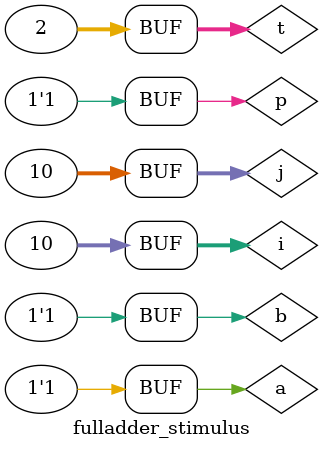
<source format=v>
module and_gate(c,a,b);
output c;
input a,b;
wire x;
nand(x,a,b);
nand(c,x,x);
endmodule

module xor_gate(c,a,b);
output c;
input a,b;
wire w,x,y,z;
nand(w,a,a);
nand(x,b,b);
nand(z,b,w);
nand(y,x,a);
nand(c,y,z);
endmodule

module or_gate(c,a,b);
output c;
input a,b;
wire x,y;
nand(x,a,a);
nand(y,b,b);
nand(c,x,y);
endmodule

module halfadder(s,c,a,b);
output s,c;
input a,b;
and_gate and_gate1(c,a,b);
xor_gate xor_gate1(s,a,b);
endmodule

module fulladder(s,c,a,b,p);
output s,c;
input a,b,p;
wire x,y,z;
halfadder halfadder_1(x,y,a,b);
halfadder halfadder_2(s,z,x,p);
or_gate or_gate_1(c,y,z);
endmodule




module fulladder_stimulus;
wire s,c;
reg a,b,p;

integer i,j,t;
fulladder fulladder_stimulus1(s,c,a,b,p);
initial
begin
$monitor("s=%b c=%b a=%b b=%b p=%b",s,c,a,b,p);
for(i=0;i<=9;i=i+1)
for(j=0;j<=9;j=j+1)
for(t=0;t<=1;t=t+1)
begin
#10 a=i;
b=j;
p=t;
end
end
endmodule




</source>
